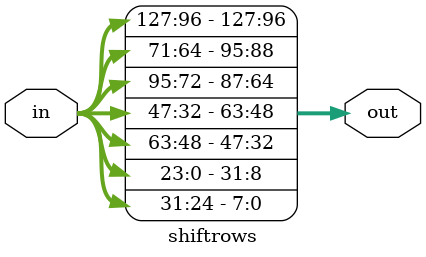
<source format=v>
module shiftrows (
    input [127:0] in,
    output [127:0] out
);

    // First Row is maintained
    assign out[127:96] = in[127:96];

    // Second ROw is shifted one block
    assign out[95:88] = in[71:64];
    assign out[87:80] = in[95:88];
    assign out[79:72] = in[87:80];
    assign out[71:64] = in[79:72];

    // Third Row is shifted two block
    assign out[63:56] = in[47:40];
    assign out[55:48] = in[39:32];
    assign out[47:40] = in[63:56];
    assign out[39:32] = in[55:48];

    // Fourth Row is shifted three block.
    assign out[31:24] = in[23:16];
    assign out[23:16] = in[15:8];
    assign out[15:8] = in[7:0];
    assign out[7:0] = in[31:24];

endmodule
</source>
